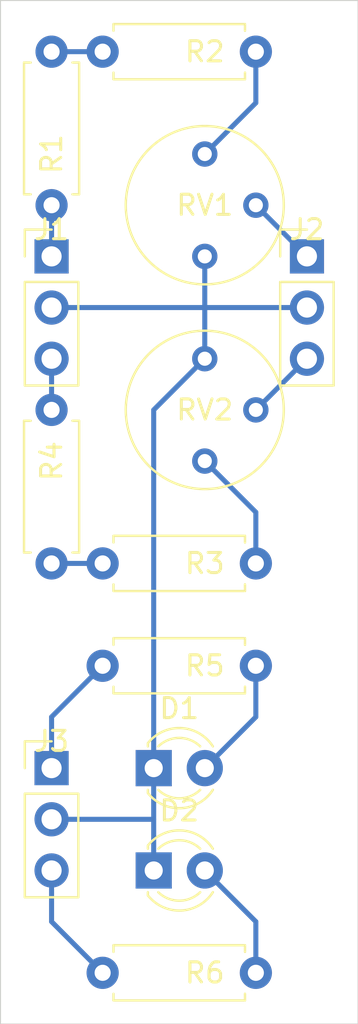
<source format=kicad_pcb>
(kicad_pcb (version 20171130) (host pcbnew "(5.1.4)-1")

  (general
    (thickness 1.6)
    (drawings 4)
    (tracks 27)
    (zones 0)
    (modules 13)
    (nets 14)
  )

  (page A4)
  (layers
    (0 F.Cu signal)
    (31 B.Cu signal)
    (32 B.Adhes user)
    (33 F.Adhes user)
    (34 B.Paste user)
    (35 F.Paste user)
    (36 B.SilkS user)
    (37 F.SilkS user)
    (38 B.Mask user)
    (39 F.Mask user)
    (40 Dwgs.User user)
    (41 Cmts.User user)
    (42 Eco1.User user)
    (43 Eco2.User user)
    (44 Edge.Cuts user)
    (45 Margin user)
    (46 B.CrtYd user)
    (47 F.CrtYd user)
    (48 B.Fab user)
    (49 F.Fab user)
  )

  (setup
    (last_trace_width 0.25)
    (trace_clearance 0.2)
    (zone_clearance 0.508)
    (zone_45_only no)
    (trace_min 0.2)
    (via_size 0.8)
    (via_drill 0.4)
    (via_min_size 0.4)
    (via_min_drill 0.3)
    (uvia_size 0.3)
    (uvia_drill 0.1)
    (uvias_allowed no)
    (uvia_min_size 0.2)
    (uvia_min_drill 0.1)
    (edge_width 0.05)
    (segment_width 0.2)
    (pcb_text_width 0.3)
    (pcb_text_size 1.5 1.5)
    (mod_edge_width 0.12)
    (mod_text_size 1 1)
    (mod_text_width 0.15)
    (pad_size 1.524 1.524)
    (pad_drill 0.762)
    (pad_to_mask_clearance 0.051)
    (solder_mask_min_width 0.25)
    (aux_axis_origin 0 0)
    (visible_elements 7FFFFFFF)
    (pcbplotparams
      (layerselection 0x010fc_ffffffff)
      (usegerberextensions false)
      (usegerberattributes false)
      (usegerberadvancedattributes false)
      (creategerberjobfile false)
      (excludeedgelayer true)
      (linewidth 0.100000)
      (plotframeref false)
      (viasonmask false)
      (mode 1)
      (useauxorigin false)
      (hpglpennumber 1)
      (hpglpenspeed 20)
      (hpglpendiameter 15.000000)
      (psnegative false)
      (psa4output false)
      (plotreference true)
      (plotvalue true)
      (plotinvisibletext false)
      (padsonsilk false)
      (subtractmaskfromsilk false)
      (outputformat 1)
      (mirror false)
      (drillshape 1)
      (scaleselection 1)
      (outputdirectory ""))
  )

  (net 0 "")
  (net 1 "Net-(D1-Pad2)")
  (net 2 GND)
  (net 3 "Net-(D2-Pad2)")
  (net 4 -12V)
  (net 5 +12V)
  (net 6 "Net-(J2-Pad3)")
  (net 7 "Net-(J2-Pad1)")
  (net 8 "Net-(J3-Pad3)")
  (net 9 "Net-(J3-Pad1)")
  (net 10 "Net-(R1-Pad2)")
  (net 11 "Net-(R2-Pad2)")
  (net 12 "Net-(R3-Pad2)")
  (net 13 "Net-(R3-Pad1)")

  (net_class Default "This is the default net class."
    (clearance 0.2)
    (trace_width 0.25)
    (via_dia 0.8)
    (via_drill 0.4)
    (uvia_dia 0.3)
    (uvia_drill 0.1)
    (add_net +12V)
    (add_net -12V)
    (add_net GND)
    (add_net "Net-(D1-Pad2)")
    (add_net "Net-(D2-Pad2)")
    (add_net "Net-(J2-Pad1)")
    (add_net "Net-(J2-Pad3)")
    (add_net "Net-(J3-Pad1)")
    (add_net "Net-(J3-Pad3)")
    (add_net "Net-(R1-Pad2)")
    (add_net "Net-(R2-Pad2)")
    (add_net "Net-(R3-Pad1)")
    (add_net "Net-(R3-Pad2)")
  )

  (module LED_THT:LED_D3.0mm_FlatTop (layer F.Cu) (tedit 5880A862) (tstamp 5DEC4EDF)
    (at 86.36 96.52)
    (descr "LED, Round, FlatTop, diameter 3.0mm, 2 pins, http://www.kingbright.com/attachments/file/psearch/000/00/00/L-47XEC(Ver.9A).pdf")
    (tags "LED Round FlatTop diameter 3.0mm 2 pins")
    (path /5DE6DFF0)
    (fp_text reference D2 (at 1.27 -2.96) (layer F.SilkS)
      (effects (font (size 1 1) (thickness 0.15)))
    )
    (fp_text value LED (at 1.27 2.96) (layer F.Fab)
      (effects (font (size 1 1) (thickness 0.15)))
    )
    (fp_line (start 3.7 -2.25) (end -1.15 -2.25) (layer F.CrtYd) (width 0.05))
    (fp_line (start 3.7 2.25) (end 3.7 -2.25) (layer F.CrtYd) (width 0.05))
    (fp_line (start -1.15 2.25) (end 3.7 2.25) (layer F.CrtYd) (width 0.05))
    (fp_line (start -1.15 -2.25) (end -1.15 2.25) (layer F.CrtYd) (width 0.05))
    (fp_line (start -0.29 1.08) (end -0.29 1.236) (layer F.SilkS) (width 0.12))
    (fp_line (start -0.29 -1.236) (end -0.29 -1.08) (layer F.SilkS) (width 0.12))
    (fp_line (start -0.23 -1.16619) (end -0.23 1.16619) (layer F.Fab) (width 0.1))
    (fp_circle (center 1.27 0) (end 2.77 0) (layer F.Fab) (width 0.1))
    (fp_arc (start 1.27 0) (end 0.229039 1.08) (angle -87.9) (layer F.SilkS) (width 0.12))
    (fp_arc (start 1.27 0) (end 0.229039 -1.08) (angle 87.9) (layer F.SilkS) (width 0.12))
    (fp_arc (start 1.27 0) (end -0.29 1.235516) (angle -108.8) (layer F.SilkS) (width 0.12))
    (fp_arc (start 1.27 0) (end -0.29 -1.235516) (angle 108.8) (layer F.SilkS) (width 0.12))
    (fp_arc (start 1.27 0) (end -0.23 -1.16619) (angle 284.3) (layer F.Fab) (width 0.1))
    (pad 2 thru_hole circle (at 2.54 0) (size 1.8 1.8) (drill 0.9) (layers *.Cu *.Mask)
      (net 3 "Net-(D2-Pad2)"))
    (pad 1 thru_hole rect (at 0 0) (size 1.8 1.8) (drill 0.9) (layers *.Cu *.Mask)
      (net 2 GND))
    (model ${KISYS3DMOD}/LED_THT.3dshapes/LED_D3.0mm_FlatTop.wrl
      (at (xyz 0 0 0))
      (scale (xyz 1 1 1))
      (rotate (xyz 0 0 0))
    )
  )

  (module LED_THT:LED_D3.0mm_FlatTop (layer F.Cu) (tedit 5880A862) (tstamp 5DEC4ECC)
    (at 86.36 91.44)
    (descr "LED, Round, FlatTop, diameter 3.0mm, 2 pins, http://www.kingbright.com/attachments/file/psearch/000/00/00/L-47XEC(Ver.9A).pdf")
    (tags "LED Round FlatTop diameter 3.0mm 2 pins")
    (path /5DE6D4E1)
    (fp_text reference D1 (at 1.27 -2.96) (layer F.SilkS)
      (effects (font (size 1 1) (thickness 0.15)))
    )
    (fp_text value LED (at 1.27 2.96) (layer F.Fab)
      (effects (font (size 1 1) (thickness 0.15)))
    )
    (fp_line (start 3.7 -2.25) (end -1.15 -2.25) (layer F.CrtYd) (width 0.05))
    (fp_line (start 3.7 2.25) (end 3.7 -2.25) (layer F.CrtYd) (width 0.05))
    (fp_line (start -1.15 2.25) (end 3.7 2.25) (layer F.CrtYd) (width 0.05))
    (fp_line (start -1.15 -2.25) (end -1.15 2.25) (layer F.CrtYd) (width 0.05))
    (fp_line (start -0.29 1.08) (end -0.29 1.236) (layer F.SilkS) (width 0.12))
    (fp_line (start -0.29 -1.236) (end -0.29 -1.08) (layer F.SilkS) (width 0.12))
    (fp_line (start -0.23 -1.16619) (end -0.23 1.16619) (layer F.Fab) (width 0.1))
    (fp_circle (center 1.27 0) (end 2.77 0) (layer F.Fab) (width 0.1))
    (fp_arc (start 1.27 0) (end 0.229039 1.08) (angle -87.9) (layer F.SilkS) (width 0.12))
    (fp_arc (start 1.27 0) (end 0.229039 -1.08) (angle 87.9) (layer F.SilkS) (width 0.12))
    (fp_arc (start 1.27 0) (end -0.29 1.235516) (angle -108.8) (layer F.SilkS) (width 0.12))
    (fp_arc (start 1.27 0) (end -0.29 -1.235516) (angle 108.8) (layer F.SilkS) (width 0.12))
    (fp_arc (start 1.27 0) (end -0.23 -1.16619) (angle 284.3) (layer F.Fab) (width 0.1))
    (pad 2 thru_hole circle (at 2.54 0) (size 1.8 1.8) (drill 0.9) (layers *.Cu *.Mask)
      (net 1 "Net-(D1-Pad2)"))
    (pad 1 thru_hole rect (at 0 0) (size 1.8 1.8) (drill 0.9) (layers *.Cu *.Mask)
      (net 2 GND))
    (model ${KISYS3DMOD}/LED_THT.3dshapes/LED_D3.0mm_FlatTop.wrl
      (at (xyz 0 0 0))
      (scale (xyz 1 1 1))
      (rotate (xyz 0 0 0))
    )
  )

  (module Connector_PinHeader_2.54mm:PinHeader_1x03_P2.54mm_Vertical (layer F.Cu) (tedit 59FED5CC) (tstamp 5DE612CE)
    (at 81.28 66.04)
    (descr "Through hole straight pin header, 1x03, 2.54mm pitch, single row")
    (tags "Through hole pin header THT 1x03 2.54mm single row")
    (path /5DE9809E)
    (fp_text reference J1 (at 0 -1.33) (layer F.SilkS)
      (effects (font (size 1 1) (thickness 0.15)))
    )
    (fp_text value Power (at 2.54 2.54 90) (layer F.Fab)
      (effects (font (size 1 1) (thickness 0.15)))
    )
    (fp_text user %R (at 0 2.54 90) (layer F.Fab)
      (effects (font (size 1 1) (thickness 0.15)))
    )
    (fp_line (start 1.8 -1.8) (end -1.8 -1.8) (layer F.CrtYd) (width 0.05))
    (fp_line (start 1.8 6.85) (end 1.8 -1.8) (layer F.CrtYd) (width 0.05))
    (fp_line (start -1.8 6.85) (end 1.8 6.85) (layer F.CrtYd) (width 0.05))
    (fp_line (start -1.8 -1.8) (end -1.8 6.85) (layer F.CrtYd) (width 0.05))
    (fp_line (start -1.33 -1.33) (end 0 -1.33) (layer F.SilkS) (width 0.12))
    (fp_line (start -1.33 0) (end -1.33 -1.33) (layer F.SilkS) (width 0.12))
    (fp_line (start -1.33 1.27) (end 1.33 1.27) (layer F.SilkS) (width 0.12))
    (fp_line (start 1.33 1.27) (end 1.33 6.41) (layer F.SilkS) (width 0.12))
    (fp_line (start -1.33 1.27) (end -1.33 6.41) (layer F.SilkS) (width 0.12))
    (fp_line (start -1.33 6.41) (end 1.33 6.41) (layer F.SilkS) (width 0.12))
    (fp_line (start -1.27 -0.635) (end -0.635 -1.27) (layer F.Fab) (width 0.1))
    (fp_line (start -1.27 6.35) (end -1.27 -0.635) (layer F.Fab) (width 0.1))
    (fp_line (start 1.27 6.35) (end -1.27 6.35) (layer F.Fab) (width 0.1))
    (fp_line (start 1.27 -1.27) (end 1.27 6.35) (layer F.Fab) (width 0.1))
    (fp_line (start -0.635 -1.27) (end 1.27 -1.27) (layer F.Fab) (width 0.1))
    (pad 3 thru_hole oval (at 0 5.08) (size 1.7 1.7) (drill 1) (layers *.Cu *.Mask)
      (net 4 -12V))
    (pad 2 thru_hole oval (at 0 2.54) (size 1.7 1.7) (drill 1) (layers *.Cu *.Mask)
      (net 2 GND))
    (pad 1 thru_hole rect (at 0 0) (size 1.7 1.7) (drill 1) (layers *.Cu *.Mask)
      (net 5 +12V))
    (model ${KISYS3DMOD}/Connector_PinHeader_2.54mm.3dshapes/PinHeader_1x03_P2.54mm_Vertical.wrl
      (at (xyz 0 0 0))
      (scale (xyz 1 1 1))
      (rotate (xyz 0 0 0))
    )
  )

  (module Potentiometer_THT:Potentiometer_Bourns_3339P_Vertical (layer F.Cu) (tedit 5A3D4993) (tstamp 5DE5F903)
    (at 88.9 71.12 180)
    (descr "Potentiometer, vertical, Bourns 3339P, http://www.bourns.com/docs/Product-Datasheets/3339.pdf")
    (tags "Potentiometer vertical Bourns 3339P")
    (path /5DE63FEE)
    (fp_text reference RV2 (at 0 -2.54) (layer F.SilkS)
      (effects (font (size 1 1) (thickness 0.15)))
    )
    (fp_text value 50K (at -2.54 0) (layer F.Fab)
      (effects (font (size 1 1) (thickness 0.15)))
    )
    (fp_text user %R (at -3.018 -2.54 90) (layer F.Fab)
      (effects (font (size 0.66 0.66) (thickness 0.15)))
    )
    (fp_line (start 4.1 -6.6) (end -4.1 -6.6) (layer F.CrtYd) (width 0.05))
    (fp_line (start 4.1 1.55) (end 4.1 -6.6) (layer F.CrtYd) (width 0.05))
    (fp_line (start -4.1 1.55) (end 4.1 1.55) (layer F.CrtYd) (width 0.05))
    (fp_line (start -4.1 -6.6) (end -4.1 1.55) (layer F.CrtYd) (width 0.05))
    (fp_line (start 0 -0.064) (end 0.001 -5.014) (layer F.Fab) (width 0.1))
    (fp_line (start 0 -0.064) (end 0.001 -5.014) (layer F.Fab) (width 0.1))
    (fp_circle (center 0 -2.54) (end 3.93 -2.54) (layer F.SilkS) (width 0.12))
    (fp_circle (center 0 -2.54) (end 2.5 -2.54) (layer F.Fab) (width 0.1))
    (fp_circle (center 0 -2.54) (end 3.81 -2.54) (layer F.Fab) (width 0.1))
    (pad 1 thru_hole circle (at 0 0 180) (size 1.26 1.26) (drill 0.7) (layers *.Cu *.Mask)
      (net 2 GND))
    (pad 2 thru_hole circle (at -2.54 -2.54 180) (size 1.26 1.26) (drill 0.7) (layers *.Cu *.Mask)
      (net 6 "Net-(J2-Pad3)"))
    (pad 3 thru_hole circle (at 0 -5.08 180) (size 1.26 1.26) (drill 0.7) (layers *.Cu *.Mask)
      (net 13 "Net-(R3-Pad1)"))
    (model ${KISYS3DMOD}/Potentiometer_THT.3dshapes/Potentiometer_Bourns_3339P_Vertical.wrl
      (at (xyz 0 0 0))
      (scale (xyz 1 1 1))
      (rotate (xyz 0 0 0))
    )
  )

  (module Potentiometer_THT:Potentiometer_Bourns_3339P_Vertical (layer F.Cu) (tedit 5A3D4993) (tstamp 5DE5F8F2)
    (at 88.9 60.96 180)
    (descr "Potentiometer, vertical, Bourns 3339P, http://www.bourns.com/docs/Product-Datasheets/3339.pdf")
    (tags "Potentiometer vertical Bourns 3339P")
    (path /5DE5F7F4)
    (fp_text reference RV1 (at 0 -2.54) (layer F.SilkS)
      (effects (font (size 1 1) (thickness 0.15)))
    )
    (fp_text value 50K (at -2.54 0) (layer F.Fab)
      (effects (font (size 1 1) (thickness 0.15)))
    )
    (fp_text user %R (at -3.018 -2.54 90) (layer F.Fab)
      (effects (font (size 0.66 0.66) (thickness 0.15)))
    )
    (fp_line (start 4.1 -6.6) (end -4.1 -6.6) (layer F.CrtYd) (width 0.05))
    (fp_line (start 4.1 1.55) (end 4.1 -6.6) (layer F.CrtYd) (width 0.05))
    (fp_line (start -4.1 1.55) (end 4.1 1.55) (layer F.CrtYd) (width 0.05))
    (fp_line (start -4.1 -6.6) (end -4.1 1.55) (layer F.CrtYd) (width 0.05))
    (fp_line (start 0 -0.064) (end 0.001 -5.014) (layer F.Fab) (width 0.1))
    (fp_line (start 0 -0.064) (end 0.001 -5.014) (layer F.Fab) (width 0.1))
    (fp_circle (center 0 -2.54) (end 3.93 -2.54) (layer F.SilkS) (width 0.12))
    (fp_circle (center 0 -2.54) (end 2.5 -2.54) (layer F.Fab) (width 0.1))
    (fp_circle (center 0 -2.54) (end 3.81 -2.54) (layer F.Fab) (width 0.1))
    (pad 1 thru_hole circle (at 0 0 180) (size 1.26 1.26) (drill 0.7) (layers *.Cu *.Mask)
      (net 11 "Net-(R2-Pad2)"))
    (pad 2 thru_hole circle (at -2.54 -2.54 180) (size 1.26 1.26) (drill 0.7) (layers *.Cu *.Mask)
      (net 7 "Net-(J2-Pad1)"))
    (pad 3 thru_hole circle (at 0 -5.08 180) (size 1.26 1.26) (drill 0.7) (layers *.Cu *.Mask)
      (net 2 GND))
    (model ${KISYS3DMOD}/Potentiometer_THT.3dshapes/Potentiometer_Bourns_3339P_Vertical.wrl
      (at (xyz 0 0 0))
      (scale (xyz 1 1 1))
      (rotate (xyz 0 0 0))
    )
  )

  (module Resistor_THT:R_Axial_DIN0207_L6.3mm_D2.5mm_P7.62mm_Horizontal (layer F.Cu) (tedit 5AE5139B) (tstamp 5DE5F8E1)
    (at 83.82 101.6)
    (descr "Resistor, Axial_DIN0207 series, Axial, Horizontal, pin pitch=7.62mm, 0.25W = 1/4W, length*diameter=6.3*2.5mm^2, http://cdn-reichelt.de/documents/datenblatt/B400/1_4W%23YAG.pdf")
    (tags "Resistor Axial_DIN0207 series Axial Horizontal pin pitch 7.62mm 0.25W = 1/4W length 6.3mm diameter 2.5mm")
    (path /5DE77225)
    (fp_text reference R6 (at 5.08 0) (layer F.SilkS)
      (effects (font (size 1 1) (thickness 0.15)))
    )
    (fp_text value 2K2 (at 2.54 0) (layer F.Fab)
      (effects (font (size 1 1) (thickness 0.15)))
    )
    (fp_text user %R (at 5.08 0) (layer F.Fab)
      (effects (font (size 1 1) (thickness 0.15)))
    )
    (fp_line (start 8.67 -1.5) (end -1.05 -1.5) (layer F.CrtYd) (width 0.05))
    (fp_line (start 8.67 1.5) (end 8.67 -1.5) (layer F.CrtYd) (width 0.05))
    (fp_line (start -1.05 1.5) (end 8.67 1.5) (layer F.CrtYd) (width 0.05))
    (fp_line (start -1.05 -1.5) (end -1.05 1.5) (layer F.CrtYd) (width 0.05))
    (fp_line (start 7.08 1.37) (end 7.08 1.04) (layer F.SilkS) (width 0.12))
    (fp_line (start 0.54 1.37) (end 7.08 1.37) (layer F.SilkS) (width 0.12))
    (fp_line (start 0.54 1.04) (end 0.54 1.37) (layer F.SilkS) (width 0.12))
    (fp_line (start 7.08 -1.37) (end 7.08 -1.04) (layer F.SilkS) (width 0.12))
    (fp_line (start 0.54 -1.37) (end 7.08 -1.37) (layer F.SilkS) (width 0.12))
    (fp_line (start 0.54 -1.04) (end 0.54 -1.37) (layer F.SilkS) (width 0.12))
    (fp_line (start 7.62 0) (end 6.96 0) (layer F.Fab) (width 0.1))
    (fp_line (start 0 0) (end 0.66 0) (layer F.Fab) (width 0.1))
    (fp_line (start 6.96 -1.25) (end 0.66 -1.25) (layer F.Fab) (width 0.1))
    (fp_line (start 6.96 1.25) (end 6.96 -1.25) (layer F.Fab) (width 0.1))
    (fp_line (start 0.66 1.25) (end 6.96 1.25) (layer F.Fab) (width 0.1))
    (fp_line (start 0.66 -1.25) (end 0.66 1.25) (layer F.Fab) (width 0.1))
    (pad 2 thru_hole oval (at 7.62 0) (size 1.6 1.6) (drill 0.8) (layers *.Cu *.Mask)
      (net 3 "Net-(D2-Pad2)"))
    (pad 1 thru_hole circle (at 0 0) (size 1.6 1.6) (drill 0.8) (layers *.Cu *.Mask)
      (net 8 "Net-(J3-Pad3)"))
    (model ${KISYS3DMOD}/Resistor_THT.3dshapes/R_Axial_DIN0207_L6.3mm_D2.5mm_P7.62mm_Horizontal.wrl
      (at (xyz 0 0 0))
      (scale (xyz 1 1 1))
      (rotate (xyz 0 0 0))
    )
  )

  (module Resistor_THT:R_Axial_DIN0207_L6.3mm_D2.5mm_P7.62mm_Horizontal (layer F.Cu) (tedit 5AE5139B) (tstamp 5DE5F8CA)
    (at 83.82 86.36)
    (descr "Resistor, Axial_DIN0207 series, Axial, Horizontal, pin pitch=7.62mm, 0.25W = 1/4W, length*diameter=6.3*2.5mm^2, http://cdn-reichelt.de/documents/datenblatt/B400/1_4W%23YAG.pdf")
    (tags "Resistor Axial_DIN0207 series Axial Horizontal pin pitch 7.62mm 0.25W = 1/4W length 6.3mm diameter 2.5mm")
    (path /5DE757C7)
    (fp_text reference R5 (at 5.08 0) (layer F.SilkS)
      (effects (font (size 1 1) (thickness 0.15)))
    )
    (fp_text value 2K2 (at 2.54 0) (layer F.Fab)
      (effects (font (size 1 1) (thickness 0.15)))
    )
    (fp_text user %R (at 5.08 0) (layer F.Fab)
      (effects (font (size 1 1) (thickness 0.15)))
    )
    (fp_line (start 8.67 -1.5) (end -1.05 -1.5) (layer F.CrtYd) (width 0.05))
    (fp_line (start 8.67 1.5) (end 8.67 -1.5) (layer F.CrtYd) (width 0.05))
    (fp_line (start -1.05 1.5) (end 8.67 1.5) (layer F.CrtYd) (width 0.05))
    (fp_line (start -1.05 -1.5) (end -1.05 1.5) (layer F.CrtYd) (width 0.05))
    (fp_line (start 7.08 1.37) (end 7.08 1.04) (layer F.SilkS) (width 0.12))
    (fp_line (start 0.54 1.37) (end 7.08 1.37) (layer F.SilkS) (width 0.12))
    (fp_line (start 0.54 1.04) (end 0.54 1.37) (layer F.SilkS) (width 0.12))
    (fp_line (start 7.08 -1.37) (end 7.08 -1.04) (layer F.SilkS) (width 0.12))
    (fp_line (start 0.54 -1.37) (end 7.08 -1.37) (layer F.SilkS) (width 0.12))
    (fp_line (start 0.54 -1.04) (end 0.54 -1.37) (layer F.SilkS) (width 0.12))
    (fp_line (start 7.62 0) (end 6.96 0) (layer F.Fab) (width 0.1))
    (fp_line (start 0 0) (end 0.66 0) (layer F.Fab) (width 0.1))
    (fp_line (start 6.96 -1.25) (end 0.66 -1.25) (layer F.Fab) (width 0.1))
    (fp_line (start 6.96 1.25) (end 6.96 -1.25) (layer F.Fab) (width 0.1))
    (fp_line (start 0.66 1.25) (end 6.96 1.25) (layer F.Fab) (width 0.1))
    (fp_line (start 0.66 -1.25) (end 0.66 1.25) (layer F.Fab) (width 0.1))
    (pad 2 thru_hole oval (at 7.62 0) (size 1.6 1.6) (drill 0.8) (layers *.Cu *.Mask)
      (net 1 "Net-(D1-Pad2)"))
    (pad 1 thru_hole circle (at 0 0) (size 1.6 1.6) (drill 0.8) (layers *.Cu *.Mask)
      (net 9 "Net-(J3-Pad1)"))
    (model ${KISYS3DMOD}/Resistor_THT.3dshapes/R_Axial_DIN0207_L6.3mm_D2.5mm_P7.62mm_Horizontal.wrl
      (at (xyz 0 0 0))
      (scale (xyz 1 1 1))
      (rotate (xyz 0 0 0))
    )
  )

  (module Resistor_THT:R_Axial_DIN0207_L6.3mm_D2.5mm_P7.62mm_Horizontal (layer F.Cu) (tedit 5AE5139B) (tstamp 5DE5F89C)
    (at 81.28 81.28 90)
    (descr "Resistor, Axial_DIN0207 series, Axial, Horizontal, pin pitch=7.62mm, 0.25W = 1/4W, length*diameter=6.3*2.5mm^2, http://cdn-reichelt.de/documents/datenblatt/B400/1_4W%23YAG.pdf")
    (tags "Resistor Axial_DIN0207 series Axial Horizontal pin pitch 7.62mm 0.25W = 1/4W length 6.3mm diameter 2.5mm")
    (path /5DE63691)
    (fp_text reference R4 (at 5.08 0 90) (layer F.SilkS)
      (effects (font (size 1 1) (thickness 0.15)))
    )
    (fp_text value 20K (at 2.54 0 90) (layer F.Fab)
      (effects (font (size 1 1) (thickness 0.15)))
    )
    (fp_text user %R (at 5.08 0 90) (layer F.Fab)
      (effects (font (size 1 1) (thickness 0.15)))
    )
    (fp_line (start 8.67 -1.5) (end -1.05 -1.5) (layer F.CrtYd) (width 0.05))
    (fp_line (start 8.67 1.5) (end 8.67 -1.5) (layer F.CrtYd) (width 0.05))
    (fp_line (start -1.05 1.5) (end 8.67 1.5) (layer F.CrtYd) (width 0.05))
    (fp_line (start -1.05 -1.5) (end -1.05 1.5) (layer F.CrtYd) (width 0.05))
    (fp_line (start 7.08 1.37) (end 7.08 1.04) (layer F.SilkS) (width 0.12))
    (fp_line (start 0.54 1.37) (end 7.08 1.37) (layer F.SilkS) (width 0.12))
    (fp_line (start 0.54 1.04) (end 0.54 1.37) (layer F.SilkS) (width 0.12))
    (fp_line (start 7.08 -1.37) (end 7.08 -1.04) (layer F.SilkS) (width 0.12))
    (fp_line (start 0.54 -1.37) (end 7.08 -1.37) (layer F.SilkS) (width 0.12))
    (fp_line (start 0.54 -1.04) (end 0.54 -1.37) (layer F.SilkS) (width 0.12))
    (fp_line (start 7.62 0) (end 6.96 0) (layer F.Fab) (width 0.1))
    (fp_line (start 0 0) (end 0.66 0) (layer F.Fab) (width 0.1))
    (fp_line (start 6.96 -1.25) (end 0.66 -1.25) (layer F.Fab) (width 0.1))
    (fp_line (start 6.96 1.25) (end 6.96 -1.25) (layer F.Fab) (width 0.1))
    (fp_line (start 0.66 1.25) (end 6.96 1.25) (layer F.Fab) (width 0.1))
    (fp_line (start 0.66 -1.25) (end 0.66 1.25) (layer F.Fab) (width 0.1))
    (pad 2 thru_hole oval (at 7.62 0 90) (size 1.6 1.6) (drill 0.8) (layers *.Cu *.Mask)
      (net 4 -12V))
    (pad 1 thru_hole circle (at 0 0 90) (size 1.6 1.6) (drill 0.8) (layers *.Cu *.Mask)
      (net 12 "Net-(R3-Pad2)"))
    (model ${KISYS3DMOD}/Resistor_THT.3dshapes/R_Axial_DIN0207_L6.3mm_D2.5mm_P7.62mm_Horizontal.wrl
      (at (xyz 0 0 0))
      (scale (xyz 1 1 1))
      (rotate (xyz 0 0 0))
    )
  )

  (module Resistor_THT:R_Axial_DIN0207_L6.3mm_D2.5mm_P7.62mm_Horizontal (layer F.Cu) (tedit 5AE5139B) (tstamp 5DE5F885)
    (at 91.44 81.28 180)
    (descr "Resistor, Axial_DIN0207 series, Axial, Horizontal, pin pitch=7.62mm, 0.25W = 1/4W, length*diameter=6.3*2.5mm^2, http://cdn-reichelt.de/documents/datenblatt/B400/1_4W%23YAG.pdf")
    (tags "Resistor Axial_DIN0207 series Axial Horizontal pin pitch 7.62mm 0.25W = 1/4W length 6.3mm diameter 2.5mm")
    (path /5DE63B1C)
    (fp_text reference R3 (at 2.54 0) (layer F.SilkS)
      (effects (font (size 1 1) (thickness 0.15)))
    )
    (fp_text value 20K (at 5.08 0) (layer F.Fab)
      (effects (font (size 1 1) (thickness 0.15)))
    )
    (fp_text user %R (at 2.54 0) (layer F.Fab)
      (effects (font (size 1 1) (thickness 0.15)))
    )
    (fp_line (start 8.67 -1.5) (end -1.05 -1.5) (layer F.CrtYd) (width 0.05))
    (fp_line (start 8.67 1.5) (end 8.67 -1.5) (layer F.CrtYd) (width 0.05))
    (fp_line (start -1.05 1.5) (end 8.67 1.5) (layer F.CrtYd) (width 0.05))
    (fp_line (start -1.05 -1.5) (end -1.05 1.5) (layer F.CrtYd) (width 0.05))
    (fp_line (start 7.08 1.37) (end 7.08 1.04) (layer F.SilkS) (width 0.12))
    (fp_line (start 0.54 1.37) (end 7.08 1.37) (layer F.SilkS) (width 0.12))
    (fp_line (start 0.54 1.04) (end 0.54 1.37) (layer F.SilkS) (width 0.12))
    (fp_line (start 7.08 -1.37) (end 7.08 -1.04) (layer F.SilkS) (width 0.12))
    (fp_line (start 0.54 -1.37) (end 7.08 -1.37) (layer F.SilkS) (width 0.12))
    (fp_line (start 0.54 -1.04) (end 0.54 -1.37) (layer F.SilkS) (width 0.12))
    (fp_line (start 7.62 0) (end 6.96 0) (layer F.Fab) (width 0.1))
    (fp_line (start 0 0) (end 0.66 0) (layer F.Fab) (width 0.1))
    (fp_line (start 6.96 -1.25) (end 0.66 -1.25) (layer F.Fab) (width 0.1))
    (fp_line (start 6.96 1.25) (end 6.96 -1.25) (layer F.Fab) (width 0.1))
    (fp_line (start 0.66 1.25) (end 6.96 1.25) (layer F.Fab) (width 0.1))
    (fp_line (start 0.66 -1.25) (end 0.66 1.25) (layer F.Fab) (width 0.1))
    (pad 2 thru_hole oval (at 7.62 0 180) (size 1.6 1.6) (drill 0.8) (layers *.Cu *.Mask)
      (net 12 "Net-(R3-Pad2)"))
    (pad 1 thru_hole circle (at 0 0 180) (size 1.6 1.6) (drill 0.8) (layers *.Cu *.Mask)
      (net 13 "Net-(R3-Pad1)"))
    (model ${KISYS3DMOD}/Resistor_THT.3dshapes/R_Axial_DIN0207_L6.3mm_D2.5mm_P7.62mm_Horizontal.wrl
      (at (xyz 0 0 0))
      (scale (xyz 1 1 1))
      (rotate (xyz 0 0 0))
    )
  )

  (module Resistor_THT:R_Axial_DIN0207_L6.3mm_D2.5mm_P7.62mm_Horizontal (layer F.Cu) (tedit 5AE5139B) (tstamp 5DE5F86E)
    (at 83.82 55.88)
    (descr "Resistor, Axial_DIN0207 series, Axial, Horizontal, pin pitch=7.62mm, 0.25W = 1/4W, length*diameter=6.3*2.5mm^2, http://cdn-reichelt.de/documents/datenblatt/B400/1_4W%23YAG.pdf")
    (tags "Resistor Axial_DIN0207 series Axial Horizontal pin pitch 7.62mm 0.25W = 1/4W length 6.3mm diameter 2.5mm")
    (path /5DE5EECF)
    (fp_text reference R2 (at 5.08 0) (layer F.SilkS)
      (effects (font (size 1 1) (thickness 0.15)))
    )
    (fp_text value 20K (at 2.54 0) (layer F.Fab)
      (effects (font (size 1 1) (thickness 0.15)))
    )
    (fp_text user %R (at 5.08 0) (layer F.Fab)
      (effects (font (size 1 1) (thickness 0.15)))
    )
    (fp_line (start 8.67 -1.5) (end -1.05 -1.5) (layer F.CrtYd) (width 0.05))
    (fp_line (start 8.67 1.5) (end 8.67 -1.5) (layer F.CrtYd) (width 0.05))
    (fp_line (start -1.05 1.5) (end 8.67 1.5) (layer F.CrtYd) (width 0.05))
    (fp_line (start -1.05 -1.5) (end -1.05 1.5) (layer F.CrtYd) (width 0.05))
    (fp_line (start 7.08 1.37) (end 7.08 1.04) (layer F.SilkS) (width 0.12))
    (fp_line (start 0.54 1.37) (end 7.08 1.37) (layer F.SilkS) (width 0.12))
    (fp_line (start 0.54 1.04) (end 0.54 1.37) (layer F.SilkS) (width 0.12))
    (fp_line (start 7.08 -1.37) (end 7.08 -1.04) (layer F.SilkS) (width 0.12))
    (fp_line (start 0.54 -1.37) (end 7.08 -1.37) (layer F.SilkS) (width 0.12))
    (fp_line (start 0.54 -1.04) (end 0.54 -1.37) (layer F.SilkS) (width 0.12))
    (fp_line (start 7.62 0) (end 6.96 0) (layer F.Fab) (width 0.1))
    (fp_line (start 0 0) (end 0.66 0) (layer F.Fab) (width 0.1))
    (fp_line (start 6.96 -1.25) (end 0.66 -1.25) (layer F.Fab) (width 0.1))
    (fp_line (start 6.96 1.25) (end 6.96 -1.25) (layer F.Fab) (width 0.1))
    (fp_line (start 0.66 1.25) (end 6.96 1.25) (layer F.Fab) (width 0.1))
    (fp_line (start 0.66 -1.25) (end 0.66 1.25) (layer F.Fab) (width 0.1))
    (pad 2 thru_hole oval (at 7.62 0) (size 1.6 1.6) (drill 0.8) (layers *.Cu *.Mask)
      (net 11 "Net-(R2-Pad2)"))
    (pad 1 thru_hole circle (at 0 0) (size 1.6 1.6) (drill 0.8) (layers *.Cu *.Mask)
      (net 10 "Net-(R1-Pad2)"))
    (model ${KISYS3DMOD}/Resistor_THT.3dshapes/R_Axial_DIN0207_L6.3mm_D2.5mm_P7.62mm_Horizontal.wrl
      (at (xyz 0 0 0))
      (scale (xyz 1 1 1))
      (rotate (xyz 0 0 0))
    )
  )

  (module Resistor_THT:R_Axial_DIN0207_L6.3mm_D2.5mm_P7.62mm_Horizontal (layer F.Cu) (tedit 5AE5139B) (tstamp 5DE5F857)
    (at 81.28 63.5 90)
    (descr "Resistor, Axial_DIN0207 series, Axial, Horizontal, pin pitch=7.62mm, 0.25W = 1/4W, length*diameter=6.3*2.5mm^2, http://cdn-reichelt.de/documents/datenblatt/B400/1_4W%23YAG.pdf")
    (tags "Resistor Axial_DIN0207 series Axial Horizontal pin pitch 7.62mm 0.25W = 1/4W length 6.3mm diameter 2.5mm")
    (path /5DE5EB5C)
    (fp_text reference R1 (at 2.54 0 90) (layer F.SilkS)
      (effects (font (size 1 1) (thickness 0.15)))
    )
    (fp_text value 20K (at 5.08 0 90) (layer F.Fab)
      (effects (font (size 1 1) (thickness 0.15)))
    )
    (fp_text user %R (at 2.54 0 90) (layer F.Fab)
      (effects (font (size 1 1) (thickness 0.15)))
    )
    (fp_line (start 8.67 -1.5) (end -1.05 -1.5) (layer F.CrtYd) (width 0.05))
    (fp_line (start 8.67 1.5) (end 8.67 -1.5) (layer F.CrtYd) (width 0.05))
    (fp_line (start -1.05 1.5) (end 8.67 1.5) (layer F.CrtYd) (width 0.05))
    (fp_line (start -1.05 -1.5) (end -1.05 1.5) (layer F.CrtYd) (width 0.05))
    (fp_line (start 7.08 1.37) (end 7.08 1.04) (layer F.SilkS) (width 0.12))
    (fp_line (start 0.54 1.37) (end 7.08 1.37) (layer F.SilkS) (width 0.12))
    (fp_line (start 0.54 1.04) (end 0.54 1.37) (layer F.SilkS) (width 0.12))
    (fp_line (start 7.08 -1.37) (end 7.08 -1.04) (layer F.SilkS) (width 0.12))
    (fp_line (start 0.54 -1.37) (end 7.08 -1.37) (layer F.SilkS) (width 0.12))
    (fp_line (start 0.54 -1.04) (end 0.54 -1.37) (layer F.SilkS) (width 0.12))
    (fp_line (start 7.62 0) (end 6.96 0) (layer F.Fab) (width 0.1))
    (fp_line (start 0 0) (end 0.66 0) (layer F.Fab) (width 0.1))
    (fp_line (start 6.96 -1.25) (end 0.66 -1.25) (layer F.Fab) (width 0.1))
    (fp_line (start 6.96 1.25) (end 6.96 -1.25) (layer F.Fab) (width 0.1))
    (fp_line (start 0.66 1.25) (end 6.96 1.25) (layer F.Fab) (width 0.1))
    (fp_line (start 0.66 -1.25) (end 0.66 1.25) (layer F.Fab) (width 0.1))
    (pad 2 thru_hole oval (at 7.62 0 90) (size 1.6 1.6) (drill 0.8) (layers *.Cu *.Mask)
      (net 10 "Net-(R1-Pad2)"))
    (pad 1 thru_hole circle (at 0 0 90) (size 1.6 1.6) (drill 0.8) (layers *.Cu *.Mask)
      (net 5 +12V))
    (model ${KISYS3DMOD}/Resistor_THT.3dshapes/R_Axial_DIN0207_L6.3mm_D2.5mm_P7.62mm_Horizontal.wrl
      (at (xyz 0 0 0))
      (scale (xyz 1 1 1))
      (rotate (xyz 0 0 0))
    )
  )

  (module Connector_PinHeader_2.54mm:PinHeader_1x03_P2.54mm_Vertical (layer F.Cu) (tedit 59FED5CC) (tstamp 5DE5F829)
    (at 81.28 91.44)
    (descr "Through hole straight pin header, 1x03, 2.54mm pitch, single row")
    (tags "Through hole pin header THT 1x03 2.54mm single row")
    (path /5DE7043A)
    (fp_text reference J3 (at 0 -1.33 180) (layer F.SilkS)
      (effects (font (size 1 1) (thickness 0.15)))
    )
    (fp_text value "NO G NC" (at 0 2.54 90) (layer F.Fab)
      (effects (font (size 1 1) (thickness 0.15)))
    )
    (fp_text user %R (at 0 2.54 90) (layer F.Fab)
      (effects (font (size 1 1) (thickness 0.15)))
    )
    (fp_line (start 1.8 -1.8) (end -1.8 -1.8) (layer F.CrtYd) (width 0.05))
    (fp_line (start 1.8 6.85) (end 1.8 -1.8) (layer F.CrtYd) (width 0.05))
    (fp_line (start -1.8 6.85) (end 1.8 6.85) (layer F.CrtYd) (width 0.05))
    (fp_line (start -1.8 -1.8) (end -1.8 6.85) (layer F.CrtYd) (width 0.05))
    (fp_line (start -1.33 -1.33) (end 0 -1.33) (layer F.SilkS) (width 0.12))
    (fp_line (start -1.33 0) (end -1.33 -1.33) (layer F.SilkS) (width 0.12))
    (fp_line (start -1.33 1.27) (end 1.33 1.27) (layer F.SilkS) (width 0.12))
    (fp_line (start 1.33 1.27) (end 1.33 6.41) (layer F.SilkS) (width 0.12))
    (fp_line (start -1.33 1.27) (end -1.33 6.41) (layer F.SilkS) (width 0.12))
    (fp_line (start -1.33 6.41) (end 1.33 6.41) (layer F.SilkS) (width 0.12))
    (fp_line (start -1.27 -0.635) (end -0.635 -1.27) (layer F.Fab) (width 0.1))
    (fp_line (start -1.27 6.35) (end -1.27 -0.635) (layer F.Fab) (width 0.1))
    (fp_line (start 1.27 6.35) (end -1.27 6.35) (layer F.Fab) (width 0.1))
    (fp_line (start 1.27 -1.27) (end 1.27 6.35) (layer F.Fab) (width 0.1))
    (fp_line (start -0.635 -1.27) (end 1.27 -1.27) (layer F.Fab) (width 0.1))
    (pad 3 thru_hole oval (at 0 5.08) (size 1.7 1.7) (drill 1) (layers *.Cu *.Mask)
      (net 8 "Net-(J3-Pad3)"))
    (pad 2 thru_hole oval (at 0 2.54) (size 1.7 1.7) (drill 1) (layers *.Cu *.Mask)
      (net 2 GND))
    (pad 1 thru_hole rect (at 0 0) (size 1.7 1.7) (drill 1) (layers *.Cu *.Mask)
      (net 9 "Net-(J3-Pad1)"))
    (model ${KISYS3DMOD}/Connector_PinHeader_2.54mm.3dshapes/PinHeader_1x03_P2.54mm_Vertical.wrl
      (at (xyz 0 0 0))
      (scale (xyz 1 1 1))
      (rotate (xyz 0 0 0))
    )
  )

  (module Connector_PinHeader_2.54mm:PinHeader_1x03_P2.54mm_Vertical (layer F.Cu) (tedit 59FED5CC) (tstamp 5DE5F812)
    (at 93.98 66.04)
    (descr "Through hole straight pin header, 1x03, 2.54mm pitch, single row")
    (tags "Through hole pin header THT 1x03 2.54mm single row")
    (path /5DE6ADBE)
    (fp_text reference J2 (at 0 -1.33 180) (layer F.SilkS)
      (effects (font (size 1 1) (thickness 0.15)))
    )
    (fp_text value Signal (at 0 2.54 90) (layer F.Fab)
      (effects (font (size 1 1) (thickness 0.15)))
    )
    (fp_line (start -0.635 -1.27) (end 1.27 -1.27) (layer F.Fab) (width 0.1))
    (fp_line (start 1.27 -1.27) (end 1.27 6.35) (layer F.Fab) (width 0.1))
    (fp_line (start 1.27 6.35) (end -1.27 6.35) (layer F.Fab) (width 0.1))
    (fp_line (start -1.27 6.35) (end -1.27 -0.635) (layer F.Fab) (width 0.1))
    (fp_line (start -1.27 -0.635) (end -0.635 -1.27) (layer F.Fab) (width 0.1))
    (fp_line (start -1.33 6.41) (end 1.33 6.41) (layer F.SilkS) (width 0.12))
    (fp_line (start -1.33 1.27) (end -1.33 6.41) (layer F.SilkS) (width 0.12))
    (fp_line (start 1.33 1.27) (end 1.33 6.41) (layer F.SilkS) (width 0.12))
    (fp_line (start -1.33 1.27) (end 1.33 1.27) (layer F.SilkS) (width 0.12))
    (fp_line (start -1.33 0) (end -1.33 -1.33) (layer F.SilkS) (width 0.12))
    (fp_line (start -1.33 -1.33) (end 0 -1.33) (layer F.SilkS) (width 0.12))
    (fp_line (start -1.8 -1.8) (end -1.8 6.85) (layer F.CrtYd) (width 0.05))
    (fp_line (start -1.8 6.85) (end 1.8 6.85) (layer F.CrtYd) (width 0.05))
    (fp_line (start 1.8 6.85) (end 1.8 -1.8) (layer F.CrtYd) (width 0.05))
    (fp_line (start 1.8 -1.8) (end -1.8 -1.8) (layer F.CrtYd) (width 0.05))
    (fp_text user %R (at 0 2.54 90) (layer F.Fab)
      (effects (font (size 1 1) (thickness 0.15)))
    )
    (pad 1 thru_hole rect (at 0 0) (size 1.7 1.7) (drill 1) (layers *.Cu *.Mask)
      (net 7 "Net-(J2-Pad1)"))
    (pad 2 thru_hole oval (at 0 2.54) (size 1.7 1.7) (drill 1) (layers *.Cu *.Mask)
      (net 2 GND))
    (pad 3 thru_hole oval (at 0 5.08) (size 1.7 1.7) (drill 1) (layers *.Cu *.Mask)
      (net 6 "Net-(J2-Pad3)"))
    (model ${KISYS3DMOD}/Connector_PinHeader_2.54mm.3dshapes/PinHeader_1x03_P2.54mm_Vertical.wrl
      (at (xyz 0 0 0))
      (scale (xyz 1 1 1))
      (rotate (xyz 0 0 0))
    )
  )

  (gr_line (start 78.74 104.14) (end 78.74 53.34) (layer Edge.Cuts) (width 0.05) (tstamp 5DE61E2C))
  (gr_line (start 96.52 104.14) (end 78.74 104.14) (layer Edge.Cuts) (width 0.05))
  (gr_line (start 96.52 53.34) (end 96.52 104.14) (layer Edge.Cuts) (width 0.05))
  (gr_line (start 78.74 53.34) (end 96.52 53.34) (layer Edge.Cuts) (width 0.05))

  (segment (start 88.9 91.44) (end 91.44 88.9) (width 0.25) (layer B.Cu) (net 1))
  (segment (start 91.44 88.9) (end 91.44 86.36) (width 0.25) (layer B.Cu) (net 1))
  (segment (start 88.9 71.12) (end 86.36 73.66) (width 0.25) (layer B.Cu) (net 2) (status 10))
  (segment (start 86.36 73.66) (end 86.36 91.44) (width 0.25) (layer B.Cu) (net 2) (status 20))
  (segment (start 88.9 66.04) (end 88.9 68.58) (width 0.25) (layer B.Cu) (net 2) (status 10))
  (segment (start 81.28 68.58) (end 88.9 68.58) (width 0.25) (layer B.Cu) (net 2) (status 10))
  (segment (start 88.9 68.58) (end 93.98 68.58) (width 0.25) (layer B.Cu) (net 2) (status 20))
  (segment (start 88.9 71.12) (end 88.9 68.58) (width 0.25) (layer B.Cu) (net 2) (status 10))
  (segment (start 81.28 93.98) (end 86.36 93.98) (width 0.25) (layer B.Cu) (net 2))
  (segment (start 86.36 91.44) (end 86.36 93.98) (width 0.25) (layer B.Cu) (net 2))
  (segment (start 86.36 93.98) (end 86.36 96.52) (width 0.25) (layer B.Cu) (net 2))
  (segment (start 91.44 99.06) (end 88.9 96.52) (width 0.25) (layer B.Cu) (net 3))
  (segment (start 91.44 101.6) (end 91.44 99.06) (width 0.25) (layer B.Cu) (net 3))
  (segment (start 81.28 71.12) (end 81.28 73.66) (width 0.25) (layer B.Cu) (net 4) (status 30))
  (segment (start 81.28 66.04) (end 81.28 63.5) (width 0.25) (layer B.Cu) (net 5) (status 30))
  (segment (start 91.44 73.66) (end 93.98 71.12) (width 0.25) (layer B.Cu) (net 6) (status 30))
  (segment (start 91.44 63.5) (end 93.98 66.04) (width 0.25) (layer B.Cu) (net 7) (status 30))
  (segment (start 81.28 99.06) (end 83.82 101.6) (width 0.25) (layer B.Cu) (net 8))
  (segment (start 81.28 96.52) (end 81.28 99.06) (width 0.25) (layer B.Cu) (net 8))
  (segment (start 81.28 88.9) (end 83.82 86.36) (width 0.25) (layer B.Cu) (net 9) (status 20))
  (segment (start 81.28 88.9) (end 81.28 91.44) (width 0.25) (layer B.Cu) (net 9) (status 20))
  (segment (start 83.82 55.88) (end 81.28 55.88) (width 0.25) (layer B.Cu) (net 10) (status 30))
  (segment (start 88.9 60.96) (end 91.44 58.42) (width 0.25) (layer B.Cu) (net 11) (status 10))
  (segment (start 91.44 58.42) (end 91.44 55.88) (width 0.25) (layer B.Cu) (net 11) (status 20))
  (segment (start 81.28 81.28) (end 83.82 81.28) (width 0.25) (layer B.Cu) (net 12) (status 30))
  (segment (start 88.9 76.2) (end 91.44 78.74) (width 0.25) (layer B.Cu) (net 13) (status 10))
  (segment (start 91.44 78.74) (end 91.44 81.28) (width 0.25) (layer B.Cu) (net 13) (status 20))

)

</source>
